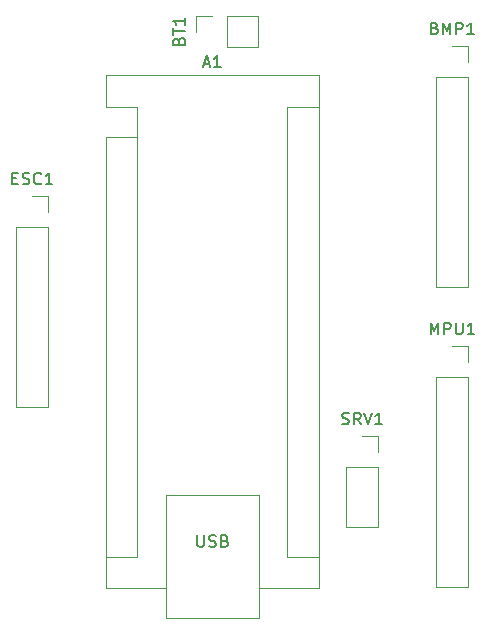
<source format=gto>
G04 #@! TF.GenerationSoftware,KiCad,Pcbnew,7.0.10*
G04 #@! TF.CreationDate,2024-02-28T18:50:11-05:00*
G04 #@! TF.ProjectId,ApolloAvionics,41706f6c-6c6f-4417-9669-6f6e6963732e,rev?*
G04 #@! TF.SameCoordinates,Original*
G04 #@! TF.FileFunction,Legend,Top*
G04 #@! TF.FilePolarity,Positive*
%FSLAX46Y46*%
G04 Gerber Fmt 4.6, Leading zero omitted, Abs format (unit mm)*
G04 Created by KiCad (PCBNEW 7.0.10) date 2024-02-28 18:50:11*
%MOMM*%
%LPD*%
G01*
G04 APERTURE LIST*
%ADD10C,0.150000*%
%ADD11C,0.120000*%
G04 APERTURE END LIST*
D10*
X56753333Y-53041009D02*
X57086666Y-53041009D01*
X57229523Y-53564819D02*
X56753333Y-53564819D01*
X56753333Y-53564819D02*
X56753333Y-52564819D01*
X56753333Y-52564819D02*
X57229523Y-52564819D01*
X57610476Y-53517200D02*
X57753333Y-53564819D01*
X57753333Y-53564819D02*
X57991428Y-53564819D01*
X57991428Y-53564819D02*
X58086666Y-53517200D01*
X58086666Y-53517200D02*
X58134285Y-53469580D01*
X58134285Y-53469580D02*
X58181904Y-53374342D01*
X58181904Y-53374342D02*
X58181904Y-53279104D01*
X58181904Y-53279104D02*
X58134285Y-53183866D01*
X58134285Y-53183866D02*
X58086666Y-53136247D01*
X58086666Y-53136247D02*
X57991428Y-53088628D01*
X57991428Y-53088628D02*
X57800952Y-53041009D01*
X57800952Y-53041009D02*
X57705714Y-52993390D01*
X57705714Y-52993390D02*
X57658095Y-52945771D01*
X57658095Y-52945771D02*
X57610476Y-52850533D01*
X57610476Y-52850533D02*
X57610476Y-52755295D01*
X57610476Y-52755295D02*
X57658095Y-52660057D01*
X57658095Y-52660057D02*
X57705714Y-52612438D01*
X57705714Y-52612438D02*
X57800952Y-52564819D01*
X57800952Y-52564819D02*
X58039047Y-52564819D01*
X58039047Y-52564819D02*
X58181904Y-52612438D01*
X59181904Y-53469580D02*
X59134285Y-53517200D01*
X59134285Y-53517200D02*
X58991428Y-53564819D01*
X58991428Y-53564819D02*
X58896190Y-53564819D01*
X58896190Y-53564819D02*
X58753333Y-53517200D01*
X58753333Y-53517200D02*
X58658095Y-53421961D01*
X58658095Y-53421961D02*
X58610476Y-53326723D01*
X58610476Y-53326723D02*
X58562857Y-53136247D01*
X58562857Y-53136247D02*
X58562857Y-52993390D01*
X58562857Y-52993390D02*
X58610476Y-52802914D01*
X58610476Y-52802914D02*
X58658095Y-52707676D01*
X58658095Y-52707676D02*
X58753333Y-52612438D01*
X58753333Y-52612438D02*
X58896190Y-52564819D01*
X58896190Y-52564819D02*
X58991428Y-52564819D01*
X58991428Y-52564819D02*
X59134285Y-52612438D01*
X59134285Y-52612438D02*
X59181904Y-52660057D01*
X60134285Y-53564819D02*
X59562857Y-53564819D01*
X59848571Y-53564819D02*
X59848571Y-52564819D01*
X59848571Y-52564819D02*
X59753333Y-52707676D01*
X59753333Y-52707676D02*
X59658095Y-52802914D01*
X59658095Y-52802914D02*
X59562857Y-52850533D01*
X72945714Y-43349104D02*
X73421904Y-43349104D01*
X72850476Y-43634819D02*
X73183809Y-42634819D01*
X73183809Y-42634819D02*
X73517142Y-43634819D01*
X74374285Y-43634819D02*
X73802857Y-43634819D01*
X74088571Y-43634819D02*
X74088571Y-42634819D01*
X74088571Y-42634819D02*
X73993333Y-42777676D01*
X73993333Y-42777676D02*
X73898095Y-42872914D01*
X73898095Y-42872914D02*
X73802857Y-42920533D01*
X72398095Y-83274819D02*
X72398095Y-84084342D01*
X72398095Y-84084342D02*
X72445714Y-84179580D01*
X72445714Y-84179580D02*
X72493333Y-84227200D01*
X72493333Y-84227200D02*
X72588571Y-84274819D01*
X72588571Y-84274819D02*
X72779047Y-84274819D01*
X72779047Y-84274819D02*
X72874285Y-84227200D01*
X72874285Y-84227200D02*
X72921904Y-84179580D01*
X72921904Y-84179580D02*
X72969523Y-84084342D01*
X72969523Y-84084342D02*
X72969523Y-83274819D01*
X73398095Y-84227200D02*
X73540952Y-84274819D01*
X73540952Y-84274819D02*
X73779047Y-84274819D01*
X73779047Y-84274819D02*
X73874285Y-84227200D01*
X73874285Y-84227200D02*
X73921904Y-84179580D01*
X73921904Y-84179580D02*
X73969523Y-84084342D01*
X73969523Y-84084342D02*
X73969523Y-83989104D01*
X73969523Y-83989104D02*
X73921904Y-83893866D01*
X73921904Y-83893866D02*
X73874285Y-83846247D01*
X73874285Y-83846247D02*
X73779047Y-83798628D01*
X73779047Y-83798628D02*
X73588571Y-83751009D01*
X73588571Y-83751009D02*
X73493333Y-83703390D01*
X73493333Y-83703390D02*
X73445714Y-83655771D01*
X73445714Y-83655771D02*
X73398095Y-83560533D01*
X73398095Y-83560533D02*
X73398095Y-83465295D01*
X73398095Y-83465295D02*
X73445714Y-83370057D01*
X73445714Y-83370057D02*
X73493333Y-83322438D01*
X73493333Y-83322438D02*
X73588571Y-83274819D01*
X73588571Y-83274819D02*
X73826666Y-83274819D01*
X73826666Y-83274819D02*
X73969523Y-83322438D01*
X74731428Y-83751009D02*
X74874285Y-83798628D01*
X74874285Y-83798628D02*
X74921904Y-83846247D01*
X74921904Y-83846247D02*
X74969523Y-83941485D01*
X74969523Y-83941485D02*
X74969523Y-84084342D01*
X74969523Y-84084342D02*
X74921904Y-84179580D01*
X74921904Y-84179580D02*
X74874285Y-84227200D01*
X74874285Y-84227200D02*
X74779047Y-84274819D01*
X74779047Y-84274819D02*
X74398095Y-84274819D01*
X74398095Y-84274819D02*
X74398095Y-83274819D01*
X74398095Y-83274819D02*
X74731428Y-83274819D01*
X74731428Y-83274819D02*
X74826666Y-83322438D01*
X74826666Y-83322438D02*
X74874285Y-83370057D01*
X74874285Y-83370057D02*
X74921904Y-83465295D01*
X74921904Y-83465295D02*
X74921904Y-83560533D01*
X74921904Y-83560533D02*
X74874285Y-83655771D01*
X74874285Y-83655771D02*
X74826666Y-83703390D01*
X74826666Y-83703390D02*
X74731428Y-83751009D01*
X74731428Y-83751009D02*
X74398095Y-83751009D01*
X92503809Y-40341009D02*
X92646666Y-40388628D01*
X92646666Y-40388628D02*
X92694285Y-40436247D01*
X92694285Y-40436247D02*
X92741904Y-40531485D01*
X92741904Y-40531485D02*
X92741904Y-40674342D01*
X92741904Y-40674342D02*
X92694285Y-40769580D01*
X92694285Y-40769580D02*
X92646666Y-40817200D01*
X92646666Y-40817200D02*
X92551428Y-40864819D01*
X92551428Y-40864819D02*
X92170476Y-40864819D01*
X92170476Y-40864819D02*
X92170476Y-39864819D01*
X92170476Y-39864819D02*
X92503809Y-39864819D01*
X92503809Y-39864819D02*
X92599047Y-39912438D01*
X92599047Y-39912438D02*
X92646666Y-39960057D01*
X92646666Y-39960057D02*
X92694285Y-40055295D01*
X92694285Y-40055295D02*
X92694285Y-40150533D01*
X92694285Y-40150533D02*
X92646666Y-40245771D01*
X92646666Y-40245771D02*
X92599047Y-40293390D01*
X92599047Y-40293390D02*
X92503809Y-40341009D01*
X92503809Y-40341009D02*
X92170476Y-40341009D01*
X93170476Y-40864819D02*
X93170476Y-39864819D01*
X93170476Y-39864819D02*
X93503809Y-40579104D01*
X93503809Y-40579104D02*
X93837142Y-39864819D01*
X93837142Y-39864819D02*
X93837142Y-40864819D01*
X94313333Y-40864819D02*
X94313333Y-39864819D01*
X94313333Y-39864819D02*
X94694285Y-39864819D01*
X94694285Y-39864819D02*
X94789523Y-39912438D01*
X94789523Y-39912438D02*
X94837142Y-39960057D01*
X94837142Y-39960057D02*
X94884761Y-40055295D01*
X94884761Y-40055295D02*
X94884761Y-40198152D01*
X94884761Y-40198152D02*
X94837142Y-40293390D01*
X94837142Y-40293390D02*
X94789523Y-40341009D01*
X94789523Y-40341009D02*
X94694285Y-40388628D01*
X94694285Y-40388628D02*
X94313333Y-40388628D01*
X95837142Y-40864819D02*
X95265714Y-40864819D01*
X95551428Y-40864819D02*
X95551428Y-39864819D01*
X95551428Y-39864819D02*
X95456190Y-40007676D01*
X95456190Y-40007676D02*
X95360952Y-40102914D01*
X95360952Y-40102914D02*
X95265714Y-40150533D01*
X84669524Y-73837200D02*
X84812381Y-73884819D01*
X84812381Y-73884819D02*
X85050476Y-73884819D01*
X85050476Y-73884819D02*
X85145714Y-73837200D01*
X85145714Y-73837200D02*
X85193333Y-73789580D01*
X85193333Y-73789580D02*
X85240952Y-73694342D01*
X85240952Y-73694342D02*
X85240952Y-73599104D01*
X85240952Y-73599104D02*
X85193333Y-73503866D01*
X85193333Y-73503866D02*
X85145714Y-73456247D01*
X85145714Y-73456247D02*
X85050476Y-73408628D01*
X85050476Y-73408628D02*
X84860000Y-73361009D01*
X84860000Y-73361009D02*
X84764762Y-73313390D01*
X84764762Y-73313390D02*
X84717143Y-73265771D01*
X84717143Y-73265771D02*
X84669524Y-73170533D01*
X84669524Y-73170533D02*
X84669524Y-73075295D01*
X84669524Y-73075295D02*
X84717143Y-72980057D01*
X84717143Y-72980057D02*
X84764762Y-72932438D01*
X84764762Y-72932438D02*
X84860000Y-72884819D01*
X84860000Y-72884819D02*
X85098095Y-72884819D01*
X85098095Y-72884819D02*
X85240952Y-72932438D01*
X86240952Y-73884819D02*
X85907619Y-73408628D01*
X85669524Y-73884819D02*
X85669524Y-72884819D01*
X85669524Y-72884819D02*
X86050476Y-72884819D01*
X86050476Y-72884819D02*
X86145714Y-72932438D01*
X86145714Y-72932438D02*
X86193333Y-72980057D01*
X86193333Y-72980057D02*
X86240952Y-73075295D01*
X86240952Y-73075295D02*
X86240952Y-73218152D01*
X86240952Y-73218152D02*
X86193333Y-73313390D01*
X86193333Y-73313390D02*
X86145714Y-73361009D01*
X86145714Y-73361009D02*
X86050476Y-73408628D01*
X86050476Y-73408628D02*
X85669524Y-73408628D01*
X86526667Y-72884819D02*
X86860000Y-73884819D01*
X86860000Y-73884819D02*
X87193333Y-72884819D01*
X88050476Y-73884819D02*
X87479048Y-73884819D01*
X87764762Y-73884819D02*
X87764762Y-72884819D01*
X87764762Y-72884819D02*
X87669524Y-73027676D01*
X87669524Y-73027676D02*
X87574286Y-73122914D01*
X87574286Y-73122914D02*
X87479048Y-73170533D01*
X70821009Y-41425714D02*
X70868628Y-41282857D01*
X70868628Y-41282857D02*
X70916247Y-41235238D01*
X70916247Y-41235238D02*
X71011485Y-41187619D01*
X71011485Y-41187619D02*
X71154342Y-41187619D01*
X71154342Y-41187619D02*
X71249580Y-41235238D01*
X71249580Y-41235238D02*
X71297200Y-41282857D01*
X71297200Y-41282857D02*
X71344819Y-41378095D01*
X71344819Y-41378095D02*
X71344819Y-41759047D01*
X71344819Y-41759047D02*
X70344819Y-41759047D01*
X70344819Y-41759047D02*
X70344819Y-41425714D01*
X70344819Y-41425714D02*
X70392438Y-41330476D01*
X70392438Y-41330476D02*
X70440057Y-41282857D01*
X70440057Y-41282857D02*
X70535295Y-41235238D01*
X70535295Y-41235238D02*
X70630533Y-41235238D01*
X70630533Y-41235238D02*
X70725771Y-41282857D01*
X70725771Y-41282857D02*
X70773390Y-41330476D01*
X70773390Y-41330476D02*
X70821009Y-41425714D01*
X70821009Y-41425714D02*
X70821009Y-41759047D01*
X70344819Y-40901904D02*
X70344819Y-40330476D01*
X71344819Y-40616190D02*
X70344819Y-40616190D01*
X71344819Y-39473333D02*
X71344819Y-40044761D01*
X71344819Y-39759047D02*
X70344819Y-39759047D01*
X70344819Y-39759047D02*
X70487676Y-39854285D01*
X70487676Y-39854285D02*
X70582914Y-39949523D01*
X70582914Y-39949523D02*
X70630533Y-40044761D01*
X92146667Y-66264819D02*
X92146667Y-65264819D01*
X92146667Y-65264819D02*
X92480000Y-65979104D01*
X92480000Y-65979104D02*
X92813333Y-65264819D01*
X92813333Y-65264819D02*
X92813333Y-66264819D01*
X93289524Y-66264819D02*
X93289524Y-65264819D01*
X93289524Y-65264819D02*
X93670476Y-65264819D01*
X93670476Y-65264819D02*
X93765714Y-65312438D01*
X93765714Y-65312438D02*
X93813333Y-65360057D01*
X93813333Y-65360057D02*
X93860952Y-65455295D01*
X93860952Y-65455295D02*
X93860952Y-65598152D01*
X93860952Y-65598152D02*
X93813333Y-65693390D01*
X93813333Y-65693390D02*
X93765714Y-65741009D01*
X93765714Y-65741009D02*
X93670476Y-65788628D01*
X93670476Y-65788628D02*
X93289524Y-65788628D01*
X94289524Y-65264819D02*
X94289524Y-66074342D01*
X94289524Y-66074342D02*
X94337143Y-66169580D01*
X94337143Y-66169580D02*
X94384762Y-66217200D01*
X94384762Y-66217200D02*
X94480000Y-66264819D01*
X94480000Y-66264819D02*
X94670476Y-66264819D01*
X94670476Y-66264819D02*
X94765714Y-66217200D01*
X94765714Y-66217200D02*
X94813333Y-66169580D01*
X94813333Y-66169580D02*
X94860952Y-66074342D01*
X94860952Y-66074342D02*
X94860952Y-65264819D01*
X95860952Y-66264819D02*
X95289524Y-66264819D01*
X95575238Y-66264819D02*
X95575238Y-65264819D01*
X95575238Y-65264819D02*
X95480000Y-65407676D01*
X95480000Y-65407676D02*
X95384762Y-65502914D01*
X95384762Y-65502914D02*
X95289524Y-65550533D01*
D11*
G04 #@! TO.C,ESC1*
X57090000Y-57150000D02*
X57090000Y-72450000D01*
X57090000Y-57150000D02*
X59750000Y-57150000D01*
X57090000Y-72450000D02*
X59750000Y-72450000D01*
X58420000Y-54550000D02*
X59750000Y-54550000D01*
X59750000Y-54550000D02*
X59750000Y-55880000D01*
X59750000Y-57150000D02*
X59750000Y-72450000D01*
G04 #@! TO.C,A1*
X64640000Y-44320000D02*
X64640000Y-46990000D01*
X64640000Y-49530000D02*
X64640000Y-87760000D01*
X64640000Y-87760000D02*
X69720000Y-87760000D01*
X67310000Y-46990000D02*
X64640000Y-46990000D01*
X67310000Y-49530000D02*
X64640000Y-49530000D01*
X67310000Y-49530000D02*
X67310000Y-46990000D01*
X67310000Y-49530000D02*
X67310000Y-85090000D01*
X67310000Y-85090000D02*
X64640000Y-85090000D01*
X69720000Y-79880000D02*
X77600000Y-79880000D01*
X69720000Y-90300000D02*
X69720000Y-79880000D01*
X77600000Y-79880000D02*
X77600000Y-90300000D01*
X77600000Y-90300000D02*
X69720000Y-90300000D01*
X80010000Y-46990000D02*
X80010000Y-85090000D01*
X80010000Y-46990000D02*
X82680000Y-46990000D01*
X80010000Y-85090000D02*
X82680000Y-85090000D01*
X82680000Y-44320000D02*
X64640000Y-44320000D01*
X82680000Y-87760000D02*
X77600000Y-87760000D01*
X82680000Y-87760000D02*
X82680000Y-44320000D01*
G04 #@! TO.C,BMP1*
X92650000Y-44450000D02*
X92650000Y-62290000D01*
X92650000Y-44450000D02*
X95310000Y-44450000D01*
X92650000Y-62290000D02*
X95310000Y-62290000D01*
X93980000Y-41850000D02*
X95310000Y-41850000D01*
X95310000Y-41850000D02*
X95310000Y-43180000D01*
X95310000Y-44450000D02*
X95310000Y-62290000D01*
G04 #@! TO.C,SRV1*
X85030000Y-77470000D02*
X85030000Y-82610000D01*
X85030000Y-77470000D02*
X87690000Y-77470000D01*
X85030000Y-82610000D02*
X87690000Y-82610000D01*
X86360000Y-74870000D02*
X87690000Y-74870000D01*
X87690000Y-74870000D02*
X87690000Y-76200000D01*
X87690000Y-77470000D02*
X87690000Y-82610000D01*
G04 #@! TO.C,BT1*
X74930000Y-41970000D02*
X77530000Y-41970000D01*
X74930000Y-41970000D02*
X74930000Y-39310000D01*
X77530000Y-41970000D02*
X77530000Y-39310000D01*
X72330000Y-40640000D02*
X72330000Y-39310000D01*
X72330000Y-39310000D02*
X73660000Y-39310000D01*
X74930000Y-39310000D02*
X77530000Y-39310000D01*
G04 #@! TO.C,MPU1*
X92650000Y-69850000D02*
X92650000Y-87690000D01*
X92650000Y-69850000D02*
X95310000Y-69850000D01*
X92650000Y-87690000D02*
X95310000Y-87690000D01*
X93980000Y-67250000D02*
X95310000Y-67250000D01*
X95310000Y-67250000D02*
X95310000Y-68580000D01*
X95310000Y-69850000D02*
X95310000Y-87690000D01*
G04 #@! TD*
M02*

</source>
